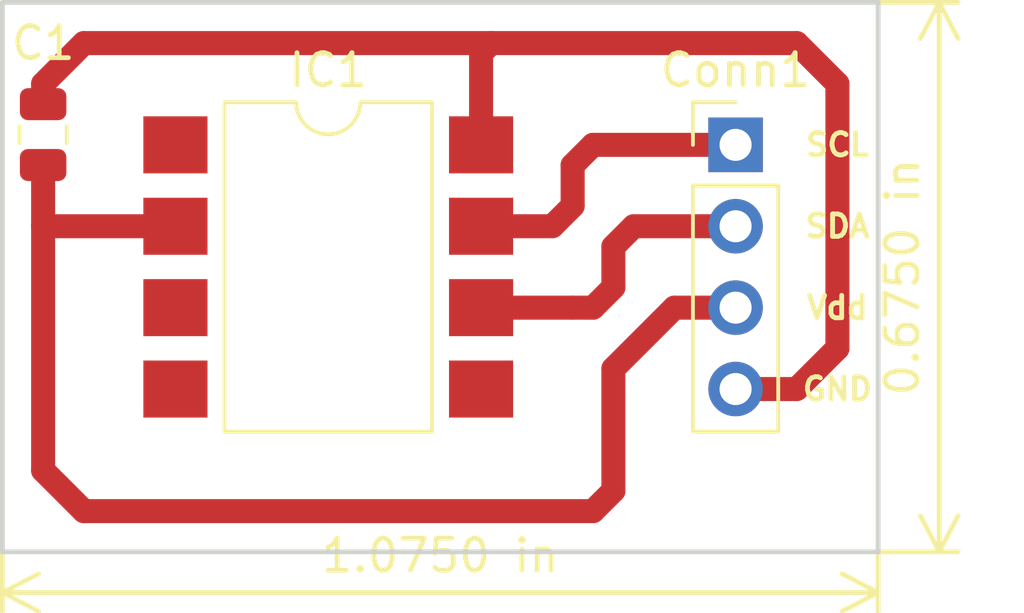
<source format=kicad_pcb>
(kicad_pcb (version 20171130) (host pcbnew 5.1.10-88a1d61d58~90~ubuntu21.04.1)

  (general
    (thickness 1.6)
    (drawings 10)
    (tracks 30)
    (zones 0)
    (modules 3)
    (nets 5)
  )

  (page A4)
  (layers
    (0 F.Cu signal)
    (31 B.Cu signal)
    (32 B.Adhes user)
    (33 F.Adhes user)
    (34 B.Paste user)
    (35 F.Paste user)
    (36 B.SilkS user)
    (37 F.SilkS user)
    (38 B.Mask user)
    (39 F.Mask user)
    (40 Dwgs.User user)
    (41 Cmts.User user)
    (42 Eco1.User user)
    (43 Eco2.User user)
    (44 Edge.Cuts user)
    (45 Margin user)
    (46 B.CrtYd user)
    (47 F.CrtYd user)
    (48 B.Fab user)
    (49 F.Fab user)
  )

  (setup
    (last_trace_width 0.75)
    (user_trace_width 0.5)
    (user_trace_width 0.75)
    (user_trace_width 1)
    (trace_clearance 0.2)
    (zone_clearance 0.508)
    (zone_45_only no)
    (trace_min 0.2)
    (via_size 0.8)
    (via_drill 0.4)
    (via_min_size 0.4)
    (via_min_drill 0.3)
    (uvia_size 0.3)
    (uvia_drill 0.1)
    (uvias_allowed no)
    (uvia_min_size 0.2)
    (uvia_min_drill 0.1)
    (edge_width 0.05)
    (segment_width 0.2)
    (pcb_text_width 0.3)
    (pcb_text_size 1.5 1.5)
    (mod_edge_width 0.12)
    (mod_text_size 1 1)
    (mod_text_width 0.15)
    (pad_size 1.524 1.524)
    (pad_drill 0.762)
    (pad_to_mask_clearance 0)
    (aux_axis_origin 0 0)
    (visible_elements FFFFFF7F)
    (pcbplotparams
      (layerselection 0x010fc_ffffffff)
      (usegerberextensions false)
      (usegerberattributes true)
      (usegerberadvancedattributes true)
      (creategerberjobfile true)
      (excludeedgelayer true)
      (linewidth 0.100000)
      (plotframeref false)
      (viasonmask false)
      (mode 1)
      (useauxorigin false)
      (hpglpennumber 1)
      (hpglpenspeed 20)
      (hpglpendiameter 15.000000)
      (psnegative false)
      (psa4output false)
      (plotreference true)
      (plotvalue true)
      (plotinvisibletext false)
      (padsonsilk false)
      (subtractmaskfromsilk false)
      (outputformat 1)
      (mirror false)
      (drillshape 1)
      (scaleselection 1)
      (outputdirectory ""))
  )

  (net 0 "")
  (net 1 /Vdd)
  (net 2 /SDA)
  (net 3 /SCL)
  (net 4 /Gnd)

  (net_class Default "This is the default net class."
    (clearance 0.2)
    (trace_width 0.25)
    (via_dia 0.8)
    (via_drill 0.4)
    (uvia_dia 0.3)
    (uvia_drill 0.1)
    (add_net /Gnd)
    (add_net /SCL)
    (add_net /SDA)
    (add_net /Vdd)
  )

  (module Connector_PinHeader_2.54mm:PinHeader_1x04_P2.54mm_Vertical (layer F.Cu) (tedit 59FED5CC) (tstamp 615DEAFD)
    (at 25.4 7.62)
    (descr "Through hole straight pin header, 1x04, 2.54mm pitch, single row")
    (tags "Through hole pin header THT 1x04 2.54mm single row")
    (path /615DF971)
    (fp_text reference Conn1 (at 0 -2.33) (layer F.SilkS)
      (effects (font (size 1 1) (thickness 0.15)))
    )
    (fp_text value CONN_4X1 (at 0 9.95) (layer F.Fab)
      (effects (font (size 1 1) (thickness 0.15)))
    )
    (fp_line (start -0.635 -1.27) (end 1.27 -1.27) (layer F.Fab) (width 0.1))
    (fp_line (start 1.27 -1.27) (end 1.27 8.89) (layer F.Fab) (width 0.1))
    (fp_line (start 1.27 8.89) (end -1.27 8.89) (layer F.Fab) (width 0.1))
    (fp_line (start -1.27 8.89) (end -1.27 -0.635) (layer F.Fab) (width 0.1))
    (fp_line (start -1.27 -0.635) (end -0.635 -1.27) (layer F.Fab) (width 0.1))
    (fp_line (start -1.33 8.95) (end 1.33 8.95) (layer F.SilkS) (width 0.12))
    (fp_line (start -1.33 1.27) (end -1.33 8.95) (layer F.SilkS) (width 0.12))
    (fp_line (start 1.33 1.27) (end 1.33 8.95) (layer F.SilkS) (width 0.12))
    (fp_line (start -1.33 1.27) (end 1.33 1.27) (layer F.SilkS) (width 0.12))
    (fp_line (start -1.33 0) (end -1.33 -1.33) (layer F.SilkS) (width 0.12))
    (fp_line (start -1.33 -1.33) (end 0 -1.33) (layer F.SilkS) (width 0.12))
    (fp_line (start -1.8 -1.8) (end -1.8 9.4) (layer F.CrtYd) (width 0.05))
    (fp_line (start -1.8 9.4) (end 1.8 9.4) (layer F.CrtYd) (width 0.05))
    (fp_line (start 1.8 9.4) (end 1.8 -1.8) (layer F.CrtYd) (width 0.05))
    (fp_line (start 1.8 -1.8) (end -1.8 -1.8) (layer F.CrtYd) (width 0.05))
    (fp_text user %R (at 0 3.81 90) (layer F.Fab)
      (effects (font (size 1 1) (thickness 0.15)))
    )
    (pad 4 thru_hole oval (at 0 7.62) (size 1.7 1.7) (drill 1) (layers *.Cu *.Mask)
      (net 4 /Gnd))
    (pad 3 thru_hole oval (at 0 5.08) (size 1.7 1.7) (drill 1) (layers *.Cu *.Mask)
      (net 1 /Vdd))
    (pad 2 thru_hole oval (at 0 2.54) (size 1.7 1.7) (drill 1) (layers *.Cu *.Mask)
      (net 2 /SDA))
    (pad 1 thru_hole rect (at 0 0) (size 1.7 1.7) (drill 1) (layers *.Cu *.Mask)
      (net 3 /SCL))
    (model ${KISYS3DMOD}/Connector_PinHeader_2.54mm.3dshapes/PinHeader_1x04_P2.54mm_Vertical.wrl
      (offset (xyz 0 0 -1.5))
      (scale (xyz 1 1 1))
      (rotate (xyz 0 180 0))
    )
  )

  (module Package_DIP:SMDIP-8_W9.53mm (layer F.Cu) (tedit 5A02E8C5) (tstamp 615DB122)
    (at 12.7 11.43)
    (descr "8-lead surface-mounted (SMD) DIP package, row spacing 9.53 mm (375 mils)")
    (tags "SMD DIP DIL PDIP SMDIP 2.54mm 9.53mm 375mil")
    (path /615DDA62)
    (attr smd)
    (fp_text reference IC1 (at 0 -6.14) (layer F.SilkS)
      (effects (font (size 1 1) (thickness 0.15)))
    )
    (fp_text value XGZP6897A (at 0 6.14) (layer F.Fab)
      (effects (font (size 1 1) (thickness 0.15)))
    )
    (fp_line (start -2.175 -5.08) (end 3.175 -5.08) (layer F.Fab) (width 0.1))
    (fp_line (start 3.175 -5.08) (end 3.175 5.08) (layer F.Fab) (width 0.1))
    (fp_line (start 3.175 5.08) (end -3.175 5.08) (layer F.Fab) (width 0.1))
    (fp_line (start -3.175 5.08) (end -3.175 -4.08) (layer F.Fab) (width 0.1))
    (fp_line (start -3.175 -4.08) (end -2.175 -5.08) (layer F.Fab) (width 0.1))
    (fp_line (start -1 -5.14) (end -3.235 -5.14) (layer F.SilkS) (width 0.12))
    (fp_line (start -3.235 -5.14) (end -3.235 5.14) (layer F.SilkS) (width 0.12))
    (fp_line (start -3.235 5.14) (end 3.235 5.14) (layer F.SilkS) (width 0.12))
    (fp_line (start 3.235 5.14) (end 3.235 -5.14) (layer F.SilkS) (width 0.12))
    (fp_line (start 3.235 -5.14) (end 1 -5.14) (layer F.SilkS) (width 0.12))
    (fp_line (start -6.05 -5.35) (end -6.05 5.35) (layer F.CrtYd) (width 0.05))
    (fp_line (start -6.05 5.35) (end 6.05 5.35) (layer F.CrtYd) (width 0.05))
    (fp_line (start 6.05 5.35) (end 6.05 -5.35) (layer F.CrtYd) (width 0.05))
    (fp_line (start 6.05 -5.35) (end -6.05 -5.35) (layer F.CrtYd) (width 0.05))
    (fp_arc (start 0 -5.14) (end -1 -5.14) (angle -180) (layer F.SilkS) (width 0.12))
    (fp_text user %R (at 0 0) (layer F.Fab)
      (effects (font (size 1 1) (thickness 0.15)))
    )
    (pad 1 smd rect (at -4.765 -3.81) (size 2 1.78) (layers F.Cu F.Paste F.Mask))
    (pad 5 smd rect (at 4.765 3.81) (size 2 1.78) (layers F.Cu F.Paste F.Mask))
    (pad 2 smd rect (at -4.765 -1.27) (size 2 1.78) (layers F.Cu F.Paste F.Mask)
      (net 1 /Vdd))
    (pad 6 smd rect (at 4.765 1.27) (size 2 1.78) (layers F.Cu F.Paste F.Mask)
      (net 2 /SDA))
    (pad 3 smd rect (at -4.765 1.27) (size 2 1.78) (layers F.Cu F.Paste F.Mask))
    (pad 7 smd rect (at 4.765 -1.27) (size 2 1.78) (layers F.Cu F.Paste F.Mask)
      (net 3 /SCL))
    (pad 4 smd rect (at -4.765 3.81) (size 2 1.78) (layers F.Cu F.Paste F.Mask))
    (pad 8 smd rect (at 4.765 -3.81) (size 2 1.78) (layers F.Cu F.Paste F.Mask)
      (net 4 /Gnd))
    (model ${KISYS3DMOD}/Package_DIP.3dshapes/SMDIP-8_W9.53mm.wrl
      (at (xyz 0 0 0))
      (scale (xyz 1 1 1))
      (rotate (xyz 0 0 0))
    )
  )

  (module Capacitor_SMD:C_0805_2012Metric (layer F.Cu) (tedit 5F68FEEE) (tstamp 615D9ABC)
    (at 3.81 7.3 90)
    (descr "Capacitor SMD 0805 (2012 Metric), square (rectangular) end terminal, IPC_7351 nominal, (Body size source: IPC-SM-782 page 76, https://www.pcb-3d.com/wordpress/wp-content/uploads/ipc-sm-782a_amendment_1_and_2.pdf, https://docs.google.com/spreadsheets/d/1BsfQQcO9C6DZCsRaXUlFlo91Tg2WpOkGARC1WS5S8t0/edit?usp=sharing), generated with kicad-footprint-generator")
    (tags capacitor)
    (path /615E0BAC)
    (attr smd)
    (fp_text reference C1 (at 2.855 0 180) (layer F.SilkS)
      (effects (font (size 1 1) (thickness 0.15)))
    )
    (fp_text value "100 nF" (at -0.32 1.905 270) (layer F.Fab)
      (effects (font (size 1 1) (thickness 0.15)))
    )
    (fp_line (start 1.7 0.98) (end -1.7 0.98) (layer F.CrtYd) (width 0.05))
    (fp_line (start 1.7 -0.98) (end 1.7 0.98) (layer F.CrtYd) (width 0.05))
    (fp_line (start -1.7 -0.98) (end 1.7 -0.98) (layer F.CrtYd) (width 0.05))
    (fp_line (start -1.7 0.98) (end -1.7 -0.98) (layer F.CrtYd) (width 0.05))
    (fp_line (start -0.261252 0.735) (end 0.261252 0.735) (layer F.SilkS) (width 0.12))
    (fp_line (start -0.261252 -0.735) (end 0.261252 -0.735) (layer F.SilkS) (width 0.12))
    (fp_line (start 1 0.625) (end -1 0.625) (layer F.Fab) (width 0.1))
    (fp_line (start 1 -0.625) (end 1 0.625) (layer F.Fab) (width 0.1))
    (fp_line (start -1 -0.625) (end 1 -0.625) (layer F.Fab) (width 0.1))
    (fp_line (start -1 0.625) (end -1 -0.625) (layer F.Fab) (width 0.1))
    (fp_text user %R (at 0 0 90) (layer F.Fab)
      (effects (font (size 0.5 0.5) (thickness 0.08)))
    )
    (pad 1 smd roundrect (at -0.95 0 90) (size 1 1.45) (layers F.Cu F.Paste F.Mask) (roundrect_rratio 0.25)
      (net 1 /Vdd))
    (pad 2 smd roundrect (at 0.95 0 90) (size 1 1.45) (layers F.Cu F.Paste F.Mask) (roundrect_rratio 0.25)
      (net 4 /Gnd))
    (model ${KISYS3DMOD}/Capacitor_SMD.3dshapes/C_0805_2012Metric.wrl
      (at (xyz 0 0 0))
      (scale (xyz 1 1 1))
      (rotate (xyz 0 0 0))
    )
  )

  (dimension 17.145 (width 0.15) (layer F.SilkS)
    (gr_text "17,145 mm" (at 33.05 11.7475 -90) (layer F.SilkS)
      (effects (font (size 1 1) (thickness 0.15)))
    )
    (feature1 (pts (xy 29.845 20.32) (xy 32.336421 20.32)))
    (feature2 (pts (xy 29.845 3.175) (xy 32.336421 3.175)))
    (crossbar (pts (xy 31.75 3.175) (xy 31.75 20.32)))
    (arrow1a (pts (xy 31.75 20.32) (xy 31.163579 19.193496)))
    (arrow1b (pts (xy 31.75 20.32) (xy 32.336421 19.193496)))
    (arrow2a (pts (xy 31.75 3.175) (xy 31.163579 4.301504)))
    (arrow2b (pts (xy 31.75 3.175) (xy 32.336421 4.301504)))
  )
  (gr_line (start 2.54 20.32) (end 2.54 3.175) (layer Edge.Cuts) (width 0.15))
  (gr_line (start 29.845 20.32) (end 2.54 20.32) (layer Edge.Cuts) (width 0.15))
  (gr_line (start 29.845 3.175) (end 29.845 20.32) (layer Edge.Cuts) (width 0.15))
  (gr_line (start 2.54 3.175) (end 29.845 3.175) (layer Edge.Cuts) (width 0.15))
  (gr_text Vdd (at 28.575 12.7) (layer F.SilkS) (tstamp 615DE655)
    (effects (font (size 0.7 0.7) (thickness 0.15)))
  )
  (dimension 27.305 (width 0.15) (layer F.SilkS)
    (gr_text "27,305 mm" (at 16.1925 22.89) (layer F.SilkS)
      (effects (font (size 1 1) (thickness 0.15)))
    )
    (feature1 (pts (xy 29.845 20.32) (xy 29.845 22.176421)))
    (feature2 (pts (xy 2.54 20.32) (xy 2.54 22.176421)))
    (crossbar (pts (xy 2.54 21.59) (xy 29.845 21.59)))
    (arrow1a (pts (xy 29.845 21.59) (xy 28.718496 22.176421)))
    (arrow1b (pts (xy 29.845 21.59) (xy 28.718496 21.003579)))
    (arrow2a (pts (xy 2.54 21.59) (xy 3.666504 22.176421)))
    (arrow2b (pts (xy 2.54 21.59) (xy 3.666504 21.003579)))
  )
  (gr_text GND (at 28.575 15.24) (layer F.SilkS) (tstamp 615DDAF6)
    (effects (font (size 0.7 0.7) (thickness 0.15)))
  )
  (gr_text SCL (at 28.575 7.62) (layer F.SilkS) (tstamp 615DDAF6)
    (effects (font (size 0.7 0.7) (thickness 0.15)))
  )
  (gr_text SDA (at 28.575 10.16) (layer F.SilkS)
    (effects (font (size 0.7 0.7) (thickness 0.15)))
  )

  (segment (start 7.935 10.16) (end 3.81 10.16) (width 0.75) (layer F.Cu) (net 1) (status 10))
  (segment (start 3.81 8.25) (end 3.81 10.16) (width 0.75) (layer F.Cu) (net 1) (status 10))
  (segment (start 21.59 14.605) (end 23.495 12.7) (width 0.75) (layer F.Cu) (net 1))
  (segment (start 21.59 18.415) (end 21.59 14.605) (width 0.75) (layer F.Cu) (net 1))
  (segment (start 20.955 19.05) (end 21.59 18.415) (width 0.75) (layer F.Cu) (net 1))
  (segment (start 5.08 19.05) (end 20.955 19.05) (width 0.75) (layer F.Cu) (net 1))
  (segment (start 23.495 12.7) (end 25.4 12.7) (width 0.75) (layer F.Cu) (net 1) (status 20))
  (segment (start 3.81 17.78) (end 5.08 19.05) (width 0.75) (layer F.Cu) (net 1))
  (segment (start 3.81 10.16) (end 3.81 17.78) (width 0.75) (layer F.Cu) (net 1))
  (segment (start 20.32 12.7) (end 17.465 12.7) (width 0.75) (layer F.Cu) (net 2) (status 20))
  (segment (start 21.59 10.795) (end 21.59 12.065) (width 0.75) (layer F.Cu) (net 2))
  (segment (start 21.59 12.065) (end 20.955 12.7) (width 0.75) (layer F.Cu) (net 2))
  (segment (start 22.225 10.16) (end 21.59 10.795) (width 0.75) (layer F.Cu) (net 2))
  (segment (start 20.955 12.7) (end 20.32 12.7) (width 0.75) (layer F.Cu) (net 2))
  (segment (start 25.4 10.16) (end 22.225 10.16) (width 0.75) (layer F.Cu) (net 2) (status 10))
  (segment (start 20.955 7.62) (end 25.4 7.62) (width 0.75) (layer F.Cu) (net 3) (status 20))
  (segment (start 20.32 8.255) (end 20.955 7.62) (width 0.75) (layer F.Cu) (net 3))
  (segment (start 20.32 9.525) (end 20.32 8.255) (width 0.75) (layer F.Cu) (net 3))
  (segment (start 19.685 10.16) (end 20.32 9.525) (width 0.75) (layer F.Cu) (net 3))
  (segment (start 17.465 10.16) (end 19.685 10.16) (width 0.75) (layer F.Cu) (net 3) (status 10))
  (segment (start 3.81 6.35) (end 3.81 5.715) (width 0.75) (layer F.Cu) (net 4) (status 10))
  (segment (start 3.81 5.715) (end 5.08 4.445) (width 0.75) (layer F.Cu) (net 4))
  (segment (start 27.305 4.445) (end 28.575 5.715) (width 0.75) (layer F.Cu) (net 4))
  (segment (start 28.575 5.715) (end 28.575 13.97) (width 0.75) (layer F.Cu) (net 4))
  (segment (start 27.305 15.24) (end 25.4 15.24) (width 0.75) (layer F.Cu) (net 4) (status 20))
  (segment (start 28.575 13.97) (end 27.305 15.24) (width 0.75) (layer F.Cu) (net 4))
  (segment (start 17.465 4.76) (end 17.78 4.445) (width 0.75) (layer F.Cu) (net 4))
  (segment (start 17.465 7.62) (end 17.465 4.76) (width 0.75) (layer F.Cu) (net 4) (status 10))
  (segment (start 17.78 4.445) (end 27.305 4.445) (width 0.75) (layer F.Cu) (net 4))
  (segment (start 5.08 4.445) (end 17.78 4.445) (width 0.75) (layer F.Cu) (net 4))

)

</source>
